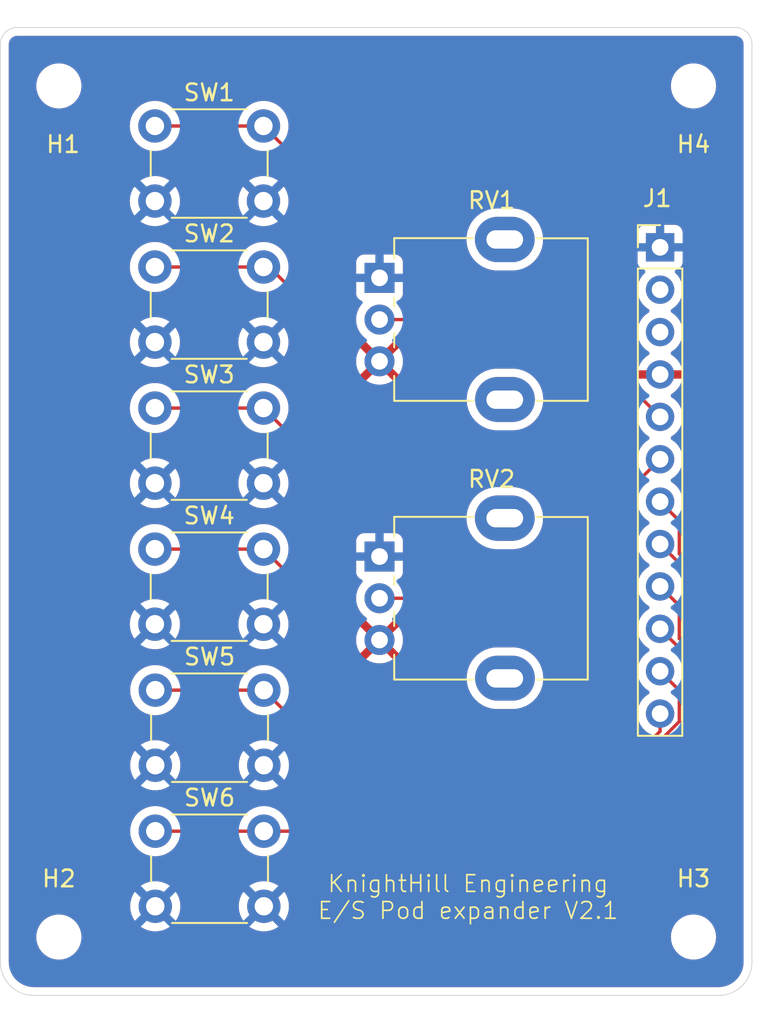
<source format=kicad_pcb>
(kicad_pcb (version 20221018) (generator pcbnew)
  (layers (0 "F.Cu" signal) (31 "B.Cu" signal) (34 "B.Paste" user) (35 "F.Paste" user) (36 "B.SilkS" user "B.Silkscreen") (37 "F.SilkS" user "F.Silkscreen") (38 "B.Mask" user) (39 "F.Mask" user) (44 "Edge.Cuts" user))
  (net 0 "")
  (net 1 "GND")
  (net 2 "/VIN")
  (net 3 "VDD")
  (net 4 "VDDA")
  (net 5 "/A1{slash}D16")
  (net 6 "/A7{slash}D22")
  (net 7 "/D12")
  (net 8 "/D11")
  (net 9 "/D10")
  (net 10 "/D9")
  (net 11 "/D8")
  (net 12 "/D7")
  (footprint "Local:Potentiometer_uxcel_9mm_Single_Vertical" (layer "F.Cu") (at 82.7 71.7)
    (fp_text reference "RV2" (at 6.71 -4.64 180) (layer "F.SilkS"))
    (fp_text value "10k")
    (fp_line (start 0.88 -2.38) (end 5.6 -2.38) (stroke (width 0.12)) (layer "F.SilkS"))
    (fp_line (start 0.88 -1.19) (end 0.88 -2.37) (stroke (width 0.12)) (layer "F.SilkS"))
    (fp_line (start 0.88 1.71) (end 0.88 1.18) (stroke (width 0.12)) (layer "F.SilkS"))
    (fp_line (start 0.88 4.16) (end 0.88 3.33) (stroke (width 0.12)) (layer "F.SilkS"))
    (fp_line (start 0.88 7.37) (end 0.88 5.88) (stroke (width 0.12)) (layer "F.SilkS"))
    (fp_line (start 0.88 7.37) (end 5.6 7.37) (stroke (width 0.12)) (layer "F.SilkS"))
    (fp_line (start 9.41 -2.37) (end 12.47 -2.37) (stroke (width 0.12)) (layer "F.SilkS"))
    (fp_line (start 9.41 7.37) (end 12.47 7.37) (stroke (width 0.12)) (layer "F.SilkS"))
    (fp_line (start 12.47 7.37) (end 12.47 -2.37) (stroke (width 0.12)) (layer "F.SilkS"))
    (pad "" thru_hole oval (at 7.5 -2.3 90) (size 2.72 3.58) (drill oval 1.1 2.2) (layers "*.Cu" "*.Mask"))
    (pad "" thru_hole oval (at 7.5 7.3 90) (size 2.696 3.58) (drill oval 1.1 2.2 (offset 0.012 0.012)) (layers "*.Cu" "*.Mask"))
    (pad "1" thru_hole rect (at 0 0 90) (size 1.8 1.8) (drill 1) (layers "*.Cu" "*.Mask") (net 1 "GND"))
    (pad "2" thru_hole circle (at 0 2.5 90) (size 1.8 1.8) (drill 1) (layers "*.Cu" "*.Mask") (net 6 "/A7{slash}D22"))
    (pad "3" thru_hole circle (at 0 5 90) (size 1.8 1.8) (drill 1) (layers "*.Cu" "*.Mask") (net 4 "VDDA"))
  )
  (footprint "Button_Switch_THT:SW_PUSH_6mm" (layer "F.Cu") (at 69.25 54.351222)
    (fp_text reference "SW2" (at 3.25 -2) (layer "F.SilkS"))
    (fp_text value "SW_Push")
    (fp_line (start -0.25 1.5) (end -0.25 3) (stroke (width 0.12)) (layer "F.SilkS"))
    (fp_line (start 1 5.5) (end 5.5 5.5) (stroke (width 0.12)) (layer "F.SilkS"))
    (fp_line (start 5.5 -1) (end 1 -1) (stroke (width 0.12)) (layer "F.SilkS"))
    (fp_line (start 6.75 3) (end 6.75 1.5) (stroke (width 0.12)) (layer "F.SilkS"))
    (pad "1" thru_hole circle (at 0 0 90) (size 2 2) (drill 1.1) (layers "*.Cu" "*.Mask") (net 11 "/D8"))
    (pad "1" thru_hole circle (at 6.5 0 90) (size 2 2) (drill 1.1) (layers "*.Cu" "*.Mask") (net 11 "/D8"))
    (pad "2" thru_hole circle (at 0 4.5 90) (size 2 2) (drill 1.1) (layers "*.Cu" "*.Mask") (net 1 "GND"))
    (pad "2" thru_hole circle (at 6.5 4.5 90) (size 2 2) (drill 1.1) (layers "*.Cu" "*.Mask") (net 1 "GND"))
  )
  (footprint "Button_Switch_THT:SW_PUSH_6mm" (layer "F.Cu") (at 69.273315 88.156111)
    (fp_text reference "SW6" (at 3.25 -2) (layer "F.SilkS"))
    (fp_text value "SW_Push")
    (fp_line (start -0.25 1.5) (end -0.25 3) (stroke (width 0.12)) (layer "F.SilkS"))
    (fp_line (start 1 5.5) (end 5.5 5.5) (stroke (width 0.12)) (layer "F.SilkS"))
    (fp_line (start 5.5 -1) (end 1 -1) (stroke (width 0.12)) (layer "F.SilkS"))
    (fp_line (start 6.75 3) (end 6.75 1.5) (stroke (width 0.12)) (layer "F.SilkS"))
    (pad "1" thru_hole circle (at 0 0 90) (size 2 2) (drill 1.1) (layers "*.Cu" "*.Mask") (net 7 "/D12"))
    (pad "1" thru_hole circle (at 6.5 0 90) (size 2 2) (drill 1.1) (layers "*.Cu" "*.Mask") (net 7 "/D12"))
    (pad "2" thru_hole circle (at 0 4.5 90) (size 2 2) (drill 1.1) (layers "*.Cu" "*.Mask") (net 1 "GND"))
    (pad "2" thru_hole circle (at 6.5 4.5 90) (size 2 2) (drill 1.1) (layers "*.Cu" "*.Mask") (net 1 "GND"))
  )
  (footprint "Connector_PinHeader_2.54mm:PinHeader_1x12_P2.54mm_Vertical" (layer "F.Cu") (at 99.5 53.17)
    (fp_text reference "J1" (at -0.173895 -2.931512) (layer "F.SilkS"))
    (fp_text value "POD")
    (fp_line (start -1.33 -1.33) (end 0 -1.33) (stroke (width 0.12)) (layer "F.SilkS"))
    (fp_line (start -1.33 0) (end -1.33 -1.33) (stroke (width 0.12)) (layer "F.SilkS"))
    (fp_line (start -1.33 1.27) (end -1.33 29.27) (stroke (width 0.12)) (layer "F.SilkS"))
    (fp_line (start -1.33 1.27) (end 1.33 1.27) (stroke (width 0.12)) (layer "F.SilkS"))
    (fp_line (start -1.33 29.27) (end 1.33 29.27) (stroke (width 0.12)) (layer "F.SilkS"))
    (fp_line (start 1.33 1.27) (end 1.33 29.27) (stroke (width 0.12)) (layer "F.SilkS"))
    (pad "1" thru_hole rect (at 0 0) (size 1.7 1.7) (drill 1) (layers "*.Cu" "*.Mask") (net 1 "GND"))
    (pad "2" thru_hole oval (at 0 2.54) (size 1.7 1.7) (drill 1) (layers "*.Cu" "*.Mask") (net 2 "/VIN"))
    (pad "3" thru_hole oval (at 0 5.08) (size 1.7 1.7) (drill 1) (layers "*.Cu" "*.Mask") (net 3 "VDD"))
    (pad "4" thru_hole oval (at 0 7.62) (size 1.7 1.7) (drill 1) (layers "*.Cu" "*.Mask") (net 4 "VDDA"))
    (pad "5" thru_hole oval (at 0 10.16) (size 1.7 1.7) (drill 1) (layers "*.Cu" "*.Mask") (net 5 "/A1{slash}D16"))
    (pad "6" thru_hole oval (at 0 12.7) (size 1.7 1.7) (drill 1) (layers "*.Cu" "*.Mask") (net 6 "/A7{slash}D22"))
    (pad "7" thru_hole oval (at 0 15.24) (size 1.7 1.7) (drill 1) (layers "*.Cu" "*.Mask") (net 7 "/D12"))
    (pad "8" thru_hole oval (at 0 17.78) (size 1.7 1.7) (drill 1) (layers "*.Cu" "*.Mask") (net 8 "/D11"))
    (pad "9" thru_hole oval (at 0 20.32) (size 1.7 1.7) (drill 1) (layers "*.Cu" "*.Mask") (net 9 "/D10"))
    (pad "10" thru_hole oval (at 0 22.86) (size 1.7 1.7) (drill 1) (layers "*.Cu" "*.Mask") (net 10 "/D9"))
    (pad "11" thru_hole oval (at 0 25.4) (size 1.7 1.7) (drill 1) (layers "*.Cu" "*.Mask") (net 11 "/D8"))
    (pad "12" thru_hole oval (at 0 27.94) (size 1.7 1.7) (drill 1) (layers "*.Cu" "*.Mask") (net 12 "/D7"))
  )
  (footprint "Button_Switch_THT:SW_PUSH_6mm" (layer "F.Cu") (at 69.25 45.9)
    (fp_text reference "SW1" (at 3.25 -2) (layer "F.SilkS"))
    (fp_text value "SW_Push")
    (fp_line (start -0.25 1.5) (end -0.25 3) (stroke (width 0.12)) (layer "F.SilkS"))
    (fp_line (start 1 5.5) (end 5.5 5.5) (stroke (width 0.12)) (layer "F.SilkS"))
    (fp_line (start 5.5 -1) (end 1 -1) (stroke (width 0.12)) (layer "F.SilkS"))
    (fp_line (start 6.75 3) (end 6.75 1.5) (stroke (width 0.12)) (layer "F.SilkS"))
    (pad "1" thru_hole circle (at 0 0 90) (size 2 2) (drill 1.1) (layers "*.Cu" "*.Mask") (net 12 "/D7"))
    (pad "1" thru_hole circle (at 6.5 0 90) (size 2 2) (drill 1.1) (layers "*.Cu" "*.Mask") (net 12 "/D7"))
    (pad "2" thru_hole circle (at 0 4.5 90) (size 2 2) (drill 1.1) (layers "*.Cu" "*.Mask") (net 1 "GND"))
    (pad "2" thru_hole circle (at 6.5 4.5 90) (size 2 2) (drill 1.1) (layers "*.Cu" "*.Mask") (net 1 "GND"))
  )
  (footprint "Button_Switch_THT:SW_PUSH_6mm" (layer "F.Cu") (at 69.273315 79.704888)
    (fp_text reference "SW5" (at 3.25 -2) (layer "F.SilkS"))
    (fp_text value "SW_Push")
    (fp_line (start -0.25 1.5) (end -0.25 3) (stroke (width 0.12)) (layer "F.SilkS"))
    (fp_line (start 1 5.5) (end 5.5 5.5) (stroke (width 0.12)) (layer "F.SilkS"))
    (fp_line (start 5.5 -1) (end 1 -1) (stroke (width 0.12)) (layer "F.SilkS"))
    (fp_line (start 6.75 3) (end 6.75 1.5) (stroke (width 0.12)) (layer "F.SilkS"))
    (pad "1" thru_hole circle (at 0 0 90) (size 2 2) (drill 1.1) (layers "*.Cu" "*.Mask") (net 8 "/D11"))
    (pad "1" thru_hole circle (at 6.5 0 90) (size 2 2) (drill 1.1) (layers "*.Cu" "*.Mask") (net 8 "/D11"))
    (pad "2" thru_hole circle (at 0 4.5 90) (size 2 2) (drill 1.1) (layers "*.Cu" "*.Mask") (net 1 "GND"))
    (pad "2" thru_hole circle (at 6.5 4.5 90) (size 2 2) (drill 1.1) (layers "*.Cu" "*.Mask") (net 1 "GND"))
  )
  (footprint "MountingHole:MountingHole_2.2mm_M2" (layer "F.Cu") (at 101.5 94.5 90)
    (fp_text reference "H3" (at 3.5 0 180) (layer "F.SilkS"))
    (fp_text value "MountingHole")
    (pad "" np_thru_hole circle (at 0 0 90) (size 2.2 2.2) (drill 2.2) (layers "*.Cu" "*.Mask"))
  )
  (footprint "Button_Switch_THT:SW_PUSH_6mm" (layer "F.Cu") (at 69.25 62.802444)
    (fp_text reference "SW3" (at 3.25 -2) (layer "F.SilkS"))
    (fp_text value "SW_Push")
    (fp_line (start -0.25 1.5) (end -0.25 3) (stroke (width 0.12)) (layer "F.SilkS"))
    (fp_line (start 1 5.5) (end 5.5 5.5) (stroke (width 0.12)) (layer "F.SilkS"))
    (fp_line (start 5.5 -1) (end 1 -1) (stroke (width 0.12)) (layer "F.SilkS"))
    (fp_line (start 6.75 3) (end 6.75 1.5) (stroke (width 0.12)) (layer "F.SilkS"))
    (pad "1" thru_hole circle (at 0 0 90) (size 2 2) (drill 1.1) (layers "*.Cu" "*.Mask") (net 10 "/D9"))
    (pad "1" thru_hole circle (at 6.5 0 90) (size 2 2) (drill 1.1) (layers "*.Cu" "*.Mask") (net 10 "/D9"))
    (pad "2" thru_hole circle (at 0 4.5 90) (size 2 2) (drill 1.1) (layers "*.Cu" "*.Mask") (net 1 "GND"))
    (pad "2" thru_hole circle (at 6.5 4.5 90) (size 2 2) (drill 1.1) (layers "*.Cu" "*.Mask") (net 1 "GND"))
  )
  (footprint "MountingHole:MountingHole_2.2mm_M2" (layer "F.Cu") (at 63.5 43.5 90)
    (fp_text reference "H1" (at -3.5 0.25 180) (layer "F.SilkS"))
    (fp_text value "MountingHole")
    (pad "" np_thru_hole circle (at 0 0 90) (size 2.2 2.2) (drill 2.2) (layers "*.Cu" "*.Mask"))
  )
  (footprint "Local:Potentiometer_uxcel_9mm_Single_Vertical" (layer "F.Cu") (at 82.7 55)
    (fp_text reference "RV1" (at 6.71 -4.64 180) (layer "F.SilkS"))
    (fp_text value "10k")
    (fp_line (start 0.88 -2.38) (end 5.6 -2.38) (stroke (width 0.12)) (layer "F.SilkS"))
    (fp_line (start 0.88 -1.19) (end 0.88 -2.37) (stroke (width 0.12)) (layer "F.SilkS"))
    (fp_line (start 0.88 1.71) (end 0.88 1.18) (stroke (width 0.12)) (layer "F.SilkS"))
    (fp_line (start 0.88 4.16) (end 0.88 3.33) (stroke (width 0.12)) (layer "F.SilkS"))
    (fp_line (start 0.88 7.37) (end 0.88 5.88) (stroke (width 0.12)) (layer "F.SilkS"))
    (fp_line (start 0.88 7.37) (end 5.6 7.37) (stroke (width 0.12)) (layer "F.SilkS"))
    (fp_line (start 9.41 -2.37) (end 12.47 -2.37) (stroke (width 0.12)) (layer "F.SilkS"))
    (fp_line (start 9.41 7.37) (end 12.47 7.37) (stroke (width 0.12)) (layer "F.SilkS"))
    (fp_line (start 12.47 7.37) (end 12.47 -2.37) (stroke (width 0.12)) (layer "F.SilkS"))
    (pad "" thru_hole oval (at 7.5 -2.3 90) (size 2.72 3.58) (drill oval 1.1 2.2) (layers "*.Cu" "*.Mask"))
    (pad "" thru_hole oval (at 7.5 7.3 90) (size 2.696 3.58) (drill oval 1.1 2.2 (offset 0.012 0.012)) (layers "*.Cu" "*.Mask"))
    (pad "1" thru_hole rect (at 0 0 90) (size 1.8 1.8) (drill 1) (layers "*.Cu" "*.Mask") (net 1 "GND"))
    (pad "2" thru_hole circle (at 0 2.5 90) (size 1.8 1.8) (drill 1) (layers "*.Cu" "*.Mask") (net 5 "/A1{slash}D16"))
    (pad "3" thru_hole circle (at 0 5 90) (size 1.8 1.8) (drill 1) (layers "*.Cu" "*.Mask") (net 4 "VDDA"))
  )
  (footprint "MountingHole:MountingHole_2.2mm_M2" (layer "F.Cu") (at 101.5 43.5 90)
    (fp_text reference "H4" (at -3.5 0 180) (layer "F.SilkS"))
    (fp_text value "MountingHole")
    (pad "" np_thru_hole circle (at 0 0 90) (size 2.2 2.2) (drill 2.2) (layers "*.Cu" "*.Mask"))
  )
  (footprint "MountingHole:MountingHole_2.2mm_M2" (layer "F.Cu") (at 63.5 94.5 90)
    (fp_text reference "H2" (at 3.5 0 180) (layer "F.SilkS"))
    (fp_text value "MountingHole")
    (pad "" np_thru_hole circle (at 0 0 90) (size 2.2 2.2) (drill 2.2) (layers "*.Cu" "*.Mask"))
  )
  (footprint "Button_Switch_THT:SW_PUSH_6mm" (layer "F.Cu") (at 69.25 71.253666)
    (fp_text reference "SW4" (at 3.25 -2) (layer "F.SilkS"))
    (fp_text value "SW_Push")
    (fp_line (start -0.25 1.5) (end -0.25 3) (stroke (width 0.12)) (layer "F.SilkS"))
    (fp_line (start 1 5.5) (end 5.5 5.5) (stroke (width 0.12)) (layer "F.SilkS"))
    (fp_line (start 5.5 -1) (end 1 -1) (stroke (width 0.12)) (layer "F.SilkS"))
    (fp_line (start 6.75 3) (end 6.75 1.5) (stroke (width 0.12)) (layer "F.SilkS"))
    (pad "1" thru_hole circle (at 0 0 90) (size 2 2) (drill 1.1) (layers "*.Cu" "*.Mask") (net 9 "/D10"))
    (pad "1" thru_hole circle (at 6.5 0 90) (size 2 2) (drill 1.1) (layers "*.Cu" "*.Mask") (net 9 "/D10"))
    (pad "2" thru_hole circle (at 0 4.5 90) (size 2 2) (drill 1.1) (layers "*.Cu" "*.Mask") (net 1 "GND"))
    (pad "2" thru_hole circle (at 6.5 4.5 90) (size 2 2) (drill 1.1) (layers "*.Cu" "*.Mask") (net 1 "GND"))
  )
  (gr_line (start 60 41) (end 60 96) (stroke (width 0.05)) (layer "Edge.Cuts"))
  (gr_line (start 62 98) (end 103 98) (stroke (width 0.05)) (layer "Edge.Cuts"))
  (gr_line (start 105 41) (end 105 96) (stroke (width 0.05)) (layer "Edge.Cuts"))
  (gr_arc (start 62 98) (mid 60.585786 97.414214) (end 60 96) (stroke (width 0.05)) (layer "Edge.Cuts"))
  (gr_arc (start 60 41) (mid 60.292893 40.292893) (end 61 40) (stroke (width 0.05)) (layer "Edge.Cuts"))
  (gr_arc (start 105 96) (mid 104.414214 97.414214) (end 103 98) (stroke (width 0.05)) (layer "Edge.Cuts"))
  (gr_line (start 61 40) (end 104 40) (stroke (width 0.05)) (layer "Edge.Cuts"))
  (gr_arc (start 104 40) (mid 104.707107 40.292893) (end 105 41) (stroke (width 0.05)) (layer "Edge.Cuts"))
  (gr_text "KnightHill Engineering\nE/S Pod expander V2.1\n" (at 88 93.5) (layer "F.SilkS") (effects (font (size 1 1) (thickness 0.1)) (justify bottom)))
  (segment (start 93.67 57.5) (end 99.5 63.33) (width 0.2) (layer "F.Cu") (net 5))
  (segment (start 82.7 57.5) (end 93.67 57.5) (width 0.2) (layer "F.Cu") (net 5))
  (segment (start 82.7 74.2) (end 91.17 74.2) (width 0.2) (layer "F.Cu") (net 6))
  (segment (start 91.17 74.2) (end 99.5 65.87) (width 0.2) (layer "F.Cu") (net 6))
  (segment (start 100.65 71.534314) (end 100.65 69.56) (width 0.2) (layer "F.Cu") (net 7))
  (segment (start 102.25 77.082942) (end 101.45 76.282942) (width 0.2) (layer "F.Cu") (net 7))
  (segment (start 101.45 76.282942) (end 101.45 72.334314) (width 0.2) (layer "F.Cu") (net 7))
  (segment (start 69.273315 88.156111) (end 75.773315 88.156111) (width 0.2) (layer "F.Cu") (net 7))
  (segment (start 101.45 72.334314) (end 100.65 71.534314) (width 0.2) (layer "F.Cu") (net 7))
  (segment (start 75.773315 88.156111) (end 96.342975 88.156111) (width 0.2) (layer "F.Cu") (net 7))
  (segment (start 102.25 82.249086) (end 102.25 77.082942) (width 0.2) (layer "F.Cu") (net 7))
  (segment (start 100.65 69.56) (end 99.5 68.41) (width 0.2) (layer "F.Cu") (net 7))
  (segment (start 96.342975 88.156111) (end 102.25 82.249086) (width 0.2) (layer "F.Cu") (net 7))
  (segment (start 96.17729 87.756111) (end 101.85 82.083401) (width 0.2) (layer "F.Cu") (net 8))
  (segment (start 101.85 82.083401) (end 101.85 77.248628) (width 0.2) (layer "F.Cu") (net 8))
  (segment (start 77.85 87.35) (end 78.256111 87.756111) (width 0.2) (layer "F.Cu") (net 8))
  (segment (start 101.05 72.5) (end 99.5 70.95) (width 0.2) (layer "F.Cu") (net 8))
  (segment (start 101.85 77.248628) (end 101.05 76.448628) (width 0.2) (layer "F.Cu") (net 8))
  (segment (start 78.256111 87.756111) (end 96.17729 87.756111) (width 0.2) (layer "F.Cu") (net 8))
  (segment (start 69.273315 79.704888) (end 75.773315 79.704888) (width 0.2) (layer "F.Cu") (net 8))
  (segment (start 101.05 76.448628) (end 101.05 72.5) (width 0.2) (layer "F.Cu") (net 8))
  (segment (start 77.85 81.781573) (end 77.85 87.35) (width 0.2) (layer "F.Cu") (net 8))
  (segment (start 75.773315 79.704888) (end 77.85 81.781573) (width 0.2) (layer "F.Cu") (net 8))
  (segment (start 101.45 77.414314) (end 100.65 76.614314) (width 0.2) (layer "F.Cu") (net 9))
  (segment (start 96.011605 87.356111) (end 101.45 81.917716) (width 0.2) (layer "F.Cu") (net 9))
  (segment (start 101.45 81.917716) (end 101.45 77.414314) (width 0.2) (layer "F.Cu") (net 9))
  (segment (start 100.65 76.614314) (end 100.65 74.64) (width 0.2) (layer "F.Cu") (net 9))
  (segment (start 78.25 73.753666) (end 78.25 87) (width 0.2) (layer "F.Cu") (net 9))
  (segment (start 78.25 87) (end 78.606111 87.356111) (width 0.2) (layer "F.Cu") (net 9))
  (segment (start 75.75 71.253666) (end 78.25 73.753666) (width 0.2) (layer "F.Cu") (net 9))
  (segment (start 78.606111 87.356111) (end 96.011605 87.356111) (width 0.2) (layer "F.Cu") (net 9))
  (segment (start 69.25 71.253666) (end 75.75 71.253666) (width 0.2) (layer "F.Cu") (net 9))
  (segment (start 100.65 74.64) (end 99.5 73.49) (width 0.2) (layer "F.Cu") (net 9))
  (segment (start 101.05 77.58) (end 99.5 76.03) (width 0.2) (layer "F.Cu") (net 10))
  (segment (start 78.65 65.702444) (end 78.65 86.834314) (width 0.2) (layer "F.Cu") (net 10))
  (segment (start 78.771797 86.956111) (end 95.84592 86.956111) (width 0.2) (layer "F.Cu") (net 10))
  (segment (start 95.84592 86.956111) (end 101.05 81.752031) (width 0.2) (layer "F.Cu") (net 10))
  (segment (start 101.05 81.752031) (end 101.05 77.58) (width 0.2) (layer "F.Cu") (net 10))
  (segment (start 69.25 62.802444) (end 75.75 62.802444) (width 0.2) (layer "F.Cu") (net 10))
  (segment (start 75.75 62.802444) (end 78.65 65.702444) (width 0.2) (layer "F.Cu") (net 10))
  (segment (start 78.65 86.834314) (end 78.771797 86.956111) (width 0.2) (layer "F.Cu") (net 10))
  (segment (start 76 54.25) (end 79.05 57.3) (width 0.2) (layer "F.Cu") (net 11))
  (segment (start 79.05 86.556111) (end 95.680235 86.556111) (width 0.2) (layer "F.Cu") (net 11))
  (segment (start 69.25 54.351222) (end 75.75 54.351222) (width 0.2) (layer "F.Cu") (net 11))
  (segment (start 95.680235 86.556111) (end 100.65 81.586346) (width 0.2) (layer "F.Cu") (net 11))
  (segment (start 75.898778 54.351222) (end 76 54.25) (width 0.2) (layer "F.Cu") (net 11))
  (segment (start 100.65 81.586346) (end 100.65 79.72) (width 0.2) (layer "F.Cu") (net 11))
  (segment (start 75.75 54.351222) (end 75.898778 54.351222) (width 0.2) (layer "F.Cu") (net 11))
  (segment (start 100.65 79.72) (end 99.5 78.57) (width 0.2) (layer "F.Cu") (net 11))
  (segment (start 79.05 57.3) (end 79.05 86.556111) (width 0.2) (layer "F.Cu") (net 11))
  (segment (start 95.514549 86.156111) (end 99.5 82.17066) (width 0.2) (layer "F.Cu") (net 12))
  (segment (start 75.75 45.9) (end 79.45 49.6) (width 0.2) (layer "F.Cu") (net 12))
  (segment (start 99.5 82.17066) (end 99.5 81.11) (width 0.2) (layer "F.Cu") (net 12))
  (segment (start 79.45 49.6) (end 79.45 86.156111) (width 0.2) (layer "F.Cu") (net 12))
  (segment (start 69.25 45.9) (end 75.75 45.9) (width 0.2) (layer "F.Cu") (net 12))
  (segment (start 79.45 86.156111) (end 95.514549 86.156111) (width 0.2) (layer "F.Cu") (net 12))
  (zone (net 4) (net_name "VDDA") (layer "F.Cu") (priority 1) (connect_pads (clearance 0.5)) (min_thickness 0.25) (fill yes (thermal_gap 0.5) (thermal_bridge_width 0.5) (island_removal_mode 1) (island_area_min 10))
    (polygon (pts (xy 60 40) (xy 60 98) (xy 105 98) (xy 105 40)))
  )
  (zone (net 1) (net_name "GND") (layer "B.Cu") (connect_pads (clearance 0.5)) (min_thickness 0.25) (fill yes (thermal_gap 0.5) (thermal_bridge_width 0.5))
    (polygon (pts (xy 60 40) (xy 60 98) (xy 105 98) (xy 105 40)))
  )
)
</source>
